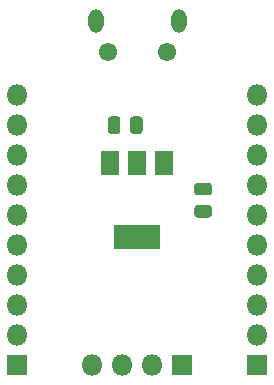
<source format=gbr>
%TF.GenerationSoftware,KiCad,Pcbnew,(5.1.6)-1*%
%TF.CreationDate,2020-06-22T18:51:59+05:30*%
%TF.ProjectId,STM8-Dev-Board-STM8S003F3P6,53544d38-2d44-4657-962d-426f6172642d,rev?*%
%TF.SameCoordinates,Original*%
%TF.FileFunction,Soldermask,Bot*%
%TF.FilePolarity,Negative*%
%FSLAX46Y46*%
G04 Gerber Fmt 4.6, Leading zero omitted, Abs format (unit mm)*
G04 Created by KiCad (PCBNEW (5.1.6)-1) date 2020-06-22 18:51:59*
%MOMM*%
%LPD*%
G01*
G04 APERTURE LIST*
%ADD10O,1.300000X2.000000*%
%ADD11C,1.550000*%
%ADD12R,1.600000X2.100000*%
%ADD13R,3.900000X2.100000*%
%ADD14O,1.800000X1.800000*%
%ADD15R,1.800000X1.800000*%
G04 APERTURE END LIST*
D10*
%TO.C,J1*%
X60000000Y-120682500D03*
X67000000Y-120682500D03*
D11*
X61000000Y-123382500D03*
X66000000Y-123382500D03*
%TD*%
D12*
%TO.C,U2*%
X61200000Y-132740000D03*
X65800000Y-132740000D03*
X63500000Y-132740000D03*
D13*
X63500000Y-139040000D03*
%TD*%
D14*
%TO.C,J4*%
X73660000Y-127000000D03*
X73660000Y-129540000D03*
X73660000Y-132080000D03*
X73660000Y-134620000D03*
X73660000Y-137160000D03*
X73660000Y-139700000D03*
X73660000Y-142240000D03*
X73660000Y-144780000D03*
X73660000Y-147320000D03*
D15*
X73660000Y-149860000D03*
%TD*%
D14*
%TO.C,J3*%
X59690000Y-149860000D03*
X62230000Y-149860000D03*
X64770000Y-149860000D03*
D15*
X67310000Y-149860000D03*
%TD*%
D14*
%TO.C,J2*%
X53340000Y-127000000D03*
X53340000Y-129540000D03*
X53340000Y-132080000D03*
X53340000Y-134620000D03*
X53340000Y-137160000D03*
X53340000Y-139700000D03*
X53340000Y-142240000D03*
X53340000Y-144780000D03*
X53340000Y-147320000D03*
D15*
X53340000Y-149860000D03*
%TD*%
%TO.C,C3*%
G36*
G01*
X62084000Y-129058750D02*
X62084000Y-130021250D01*
G75*
G02*
X61815250Y-130290000I-268750J0D01*
G01*
X61277750Y-130290000D01*
G75*
G02*
X61009000Y-130021250I0J268750D01*
G01*
X61009000Y-129058750D01*
G75*
G02*
X61277750Y-128790000I268750J0D01*
G01*
X61815250Y-128790000D01*
G75*
G02*
X62084000Y-129058750I0J-268750D01*
G01*
G37*
G36*
G01*
X63959000Y-129058750D02*
X63959000Y-130021250D01*
G75*
G02*
X63690250Y-130290000I-268750J0D01*
G01*
X63152750Y-130290000D01*
G75*
G02*
X62884000Y-130021250I0J268750D01*
G01*
X62884000Y-129058750D01*
G75*
G02*
X63152750Y-128790000I268750J0D01*
G01*
X63690250Y-128790000D01*
G75*
G02*
X63959000Y-129058750I0J-268750D01*
G01*
G37*
%TD*%
%TO.C,C2*%
G36*
G01*
X68606750Y-136290000D02*
X69569250Y-136290000D01*
G75*
G02*
X69838000Y-136558750I0J-268750D01*
G01*
X69838000Y-137096250D01*
G75*
G02*
X69569250Y-137365000I-268750J0D01*
G01*
X68606750Y-137365000D01*
G75*
G02*
X68338000Y-137096250I0J268750D01*
G01*
X68338000Y-136558750D01*
G75*
G02*
X68606750Y-136290000I268750J0D01*
G01*
G37*
G36*
G01*
X68606750Y-134415000D02*
X69569250Y-134415000D01*
G75*
G02*
X69838000Y-134683750I0J-268750D01*
G01*
X69838000Y-135221250D01*
G75*
G02*
X69569250Y-135490000I-268750J0D01*
G01*
X68606750Y-135490000D01*
G75*
G02*
X68338000Y-135221250I0J268750D01*
G01*
X68338000Y-134683750D01*
G75*
G02*
X68606750Y-134415000I268750J0D01*
G01*
G37*
%TD*%
M02*

</source>
